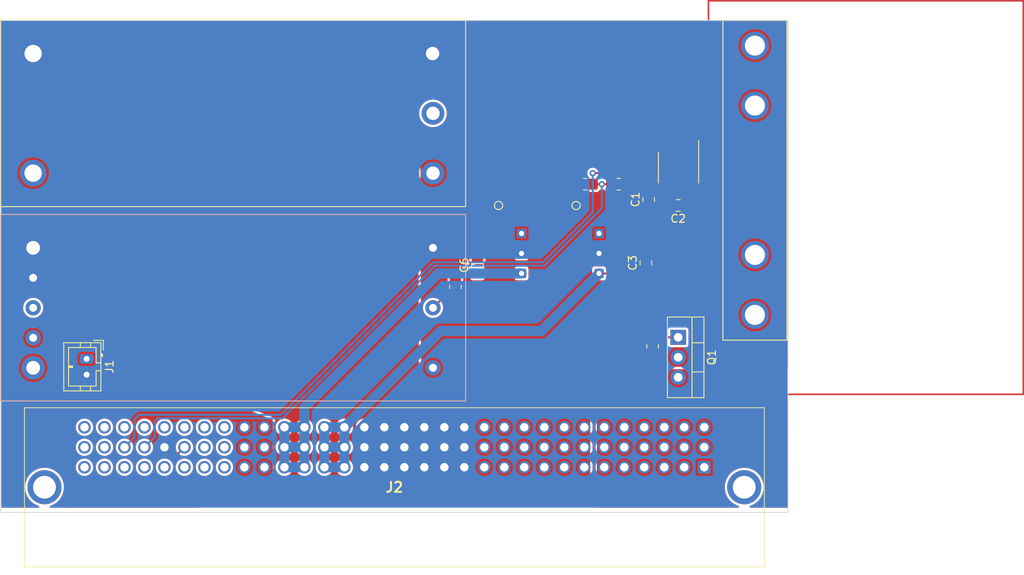
<source format=kicad_pcb>
(kicad_pcb (version 20240108) (generator "pcbnew") (generator_version "8.0")
  (layers (0 "F.Cu" signal) (31 "B.Cu" signal) (34 "B.Paste" user) (35 "F.Paste" user) (36 "B.SilkS" user "B.Silkscreen") (37 "F.SilkS" user "F.Silkscreen") (38 "B.Mask" user) (39 "F.Mask" user) (44 "Edge.Cuts" user))
  (net 0 "")
  (net 1 "/V_POWER")
  (net 2 "+24V")
  (net 3 "/VBATT")
  (net 4 "Net-(20A1-1)")
  (net 5 "+12V")
  (net 6 "+5V")
  (net 7 "+3.3V")
  (net 8 "12V_Jetson")
  (net 19 "SW2")
  (net 20 "SW1")
  (net 21 "SDA")
  (net 22 "SCL")
  (net 30 "Net-(INPT_CRRNT_SNSR1-FILTER)")
  (net 34 "Net-(U2-ON{slash}OFF)")
  (net 35 "DAT1")
  (net 36 "DAT2")
  (footprint "Custom:1.25__FUSECLIPS" (layer "F.Cu") (at 245.9 69.3 90)
    (property "Reference" "20A1" (hide yes))
    (property "Value" "Fuse")
    (fp_line (start 20.32 -4.064) (end 20.32 4.064) (stroke (width 0.127)) (layer "F.SilkS"))
    (fp_line (start -20.32 -4.064) (end 20.32 -4.064) (stroke (width 0.127)) (layer "F.SilkS"))
    (fp_line (start 20.32 4.064) (end -20.32 4.064) (stroke (width 0.127)) (layer "F.SilkS"))
    (fp_line (start -20.32 4.064) (end -20.32 -4.064) (stroke (width 0.127)) (layer "F.SilkS"))
    (pad "P$1" thru_hole circle (at -17.1069 0 90) (size 3.556 3.556) (drill 2.54) (layers "*.Cu" "*.Mask") (net 4 "Net-(20A1-1)"))
    (pad "P$1" thru_hole circle (at -9.4869 0 90) (size 3.556 3.556) (drill 2.54) (layers "*.Cu" "*.Mask") (net 4 "Net-(20A1-1)"))
    (pad "P$2" thru_hole circle (at 9.4869 0 90) (size 3.556 3.556) (drill 2.54) (layers "*.Cu" "*.Mask") (net 3 "/VBATT"))
    (pad "P$2" thru_hole circle (at 17.1069 0 90) (size 3.556 3.556) (drill 2.54) (layers "*.Cu" "*.Mask") (net 3 "/VBATT"))
  )
  (footprint "Custom:240W_CONV" (layer "F.Cu") (at 205 68.4 90)
    (property "Reference" "U1" (hide yes))
    (property "Value" "~" (hide yes))
    (fp_rect (start -4.25 -54.95) (end 19.45 4.15) (stroke (width 0.12)) (fill none) (layer "F.SilkS"))
    (pad "1" thru_hole circle (at 0 0 90) (size 2.9 2.9) (drill 1.7) (layers "*.Cu" "*.Mask") (net 1 "/V_POWER"))
    (pad "2" thru_hole circle (at 7.6 0 90) (size 2.9 2.9) (drill 1.7) (layers "*.Cu" "*.Mask"))
    (pad "3" thru_hole circle (at 15.2 -0.0508 90) (size 2.9 2.9) (drill 1.7) (layers "*.Cu" "*.Mask") (net 20 "SW1"))
    (pad "4" thru_hole circle (at 15.2 -50.8 90) (size 3.4 3.4) (drill 2.2) (layers "*.Cu" "*.Mask") (net 20 "SW1"))
    (pad "8" thru_hole circle (at 0 -50.8 90) (size 3.4 3.4) (drill 2.2) (layers "*.Cu" "*.Mask") (net 5 "+12V"))
  )
  (footprint "Capacitor_SMD:C_0805_2012Metric_Pad1.18x1.45mm_HandSolder" (layer "F.Cu") (at 232.4 71.75 90)
    (property "Reference" "C1" (at 0 -1.68 90) (layer "F.SilkS"))
    (property "Value" "47n")
    (fp_line (start -0.261252 -0.735) (end 0.261252 -0.735) (stroke (width 0.12)) (layer "F.SilkS"))
    (fp_line (start -0.261252 0.735) (end 0.261252 0.735) (stroke (width 0.12)) (layer "F.SilkS"))
    (pad "1" smd roundrect (at -1.0375 0 90) (size 1.175 1.45) (layers "F.Cu" "F.Paste" "F.Mask") (roundrect_rratio 0.2127659574) (net 30 "Net-(INPT_CRRNT_SNSR1-FILTER)"))
    (pad "2" smd roundrect (at 1.0375 0 90) (size 1.175 1.45) (layers "F.Cu" "F.Paste" "F.Mask") (roundrect_rratio 0.2127659574) (net 20 "SW1"))
  )
  (footprint "Package_SO:SOIC-8_3.9x4.9mm_P1.27mm" (layer "F.Cu") (at 236.2 67.7 -90)
    (property "Reference" "INPT_CRRNT_SNSR1" (hide yes))
    (property "Value" "TMCS1101A4B")
    (fp_line (start 0 2.56) (end -1.95 2.56) (stroke (width 0.12)) (layer "F.SilkS"))
    (fp_line (start 0 2.56) (end 1.95 2.56) (stroke (width 0.12)) (layer "F.SilkS"))
    (fp_line (start 0 -2.56) (end -3.45 -2.56) (stroke (width 0.12)) (layer "F.SilkS"))
    (fp_line (start 0 -2.56) (end 1.95 -2.56) (stroke (width 0.12)) (layer "F.SilkS"))
    (pad "1" smd roundrect (at -2.475 -1.905 270) (size 1.95 0.6) (layers "F.Cu" "F.Paste" "F.Mask") (net 3 "/VBATT"))
    (pad "1" smd roundrect (at -2.475 -0.635 270) (size 1.95 0.6) (layers "F.Cu" "F.Paste" "F.Mask") (net 3 "/VBATT"))
    (pad "3" smd roundrect (at -2.475 0.635 270) (size 1.95 0.6) (layers "F.Cu" "F.Paste" "F.Mask") (net 1 "/V_POWER"))
    (pad "3" smd roundrect (at -2.475 1.905 270) (size 1.95 0.6) (layers "F.Cu" "F.Paste" "F.Mask") (net 1 "/V_POWER"))
    (pad "5" smd roundrect (at 2.475 1.905 270) (size 1.95 0.6) (layers "F.Cu" "F.Paste" "F.Mask") (net 20 "SW1"))
    (pad "6" smd roundrect (at 2.475 0.635 270) (size 1.95 0.6) (layers "F.Cu" "F.Paste" "F.Mask") (net 30 "Net-(INPT_CRRNT_SNSR1-FILTER)"))
    (pad "7" smd roundrect (at 2.475 -0.635 270) (size 1.95 0.6) (layers "F.Cu" "F.Paste" "F.Mask") (net 36 "DAT2"))
    (pad "8" smd roundrect (at 2.475 -1.905 270) (size 1.95 0.6) (layers "F.Cu" "F.Paste" "F.Mask") (net 6 "+5V"))
  )
  (footprint "Capacitor_SMD:C_0805_2012Metric_Pad1.18x1.45mm_HandSolder" (layer "F.Cu") (at 236.15 72.5 180)
    (property "Reference" "C2" (at 0 -1.68 0) (layer "F.SilkS"))
    (property "Value" "0.1u")
    (fp_line (start -0.261252 0.735) (end 0.261252 0.735) (stroke (width 0.12)) (layer "F.SilkS"))
    (fp_line (start -0.261252 -0.735) (end 0.261252 -0.735) (stroke (width 0.12)) (layer "F.SilkS"))
    (pad "1" smd roundrect (at -1.0375 0 180) (size 1.175 1.45) (layers "F.Cu" "F.Paste" "F.Mask") (roundrect_rratio 0.2127659574) (net 6 "+5V"))
    (pad "2" smd roundrect (at 1.0375 0 180) (size 1.175 1.45) (layers "F.Cu" "F.Paste" "F.Mask") (roundrect_rratio 0.2127659574) (net 20 "SW1"))
  )
  (footprint "Package_TO_SOT_THT:TO-220-3_Vertical" (layer "F.Cu") (at 236.155 89.26 -90)
    (property "Reference" "Q1" (at 2.54 -4.27 90) (layer "F.SilkS"))
    (property "Value" "FQPF27P06")
    (fp_line (start -2.58 1.371) (end 7.66 1.371) (stroke (width 0.12)) (layer "F.SilkS"))
    (fp_line (start -2.58 -1.76) (end 7.66 -1.76) (stroke (width 0.12)) (layer "F.SilkS"))
    (fp_line (start -2.58 -3.27) (end -2.58 1.371) (stroke (width 0.12)) (layer "F.SilkS"))
    (fp_line (start -2.58 -3.27) (end 7.66 -3.27) (stroke (width 0.12)) (layer "F.SilkS"))
    (fp_line (start 0.69 -3.27) (end 0.69 -1.76) (stroke (width 0.12)) (layer "F.SilkS"))
    (fp_line (start 4.391 -3.27) (end 4.391 -1.76) (stroke (width 0.12)) (layer "F.SilkS"))
    (fp_line (start 7.66 -3.27) (end 7.66 1.371) (stroke (width 0.12)) (layer "F.SilkS"))
    (pad "1" thru_hole rect (at 0 0 270) (size 1.905 2) (drill 1.1) (layers "*.Cu" "*.Mask") (net 19 "SW2"))
    (pad "2" thru_hole oval (at 2.54 0 270) (size 1.905 2) (drill 1.1) (layers "*.Cu" "*.Mask") (net 4 "Net-(20A1-1)"))
    (pad "3" thru_hole oval (at 5.08 0 270) (size 1.905 2) (drill 1.1) (layers "*.Cu" "*.Mask") (net 2 "+24V"))
  )
  (footprint "Resistor_SMD:R_0805_2012Metric_Pad1.20x1.40mm_HandSolder" (layer "F.Cu") (at 224.35 69.8)
    (property "Reference" "VDIV1(R)1" (hide yes))
    (property "Value" "90kO")
    (fp_line (start -0.227064 -0.735) (end 0.227064 -0.735) (stroke (width 0.12)) (layer "F.SilkS"))
    (fp_line (start -0.227064 0.735) (end 0.227064 0.735) (stroke (width 0.12)) (layer "F.SilkS"))
    (pad "1" smd roundrect (at -1 0) (size 1.2 1.4) (layers "F.Cu" "F.Paste" "F.Mask") (roundrect_rratio 0.2083333333) (net 1 "/V_POWER"))
    (pad "2" smd roundrect (at 1 0) (size 1.2 1.4) (layers "F.Cu" "F.Paste" "F.Mask") (roundrect_rratio 0.2083333333) (net 35 "DAT1"))
  )
  (footprint "Custom:6509475" (layer "F.Cu") (at 239.462617 105.762442)
    (property "Reference" "J2" (at -39.37 2.545 0) (layer "F.SilkS") (effects (font (size 1.27 1.27) (thickness 0.254))))
    (property "Value" "~" (hide yes))
    (fp_line (start -86.37 -7.56) (end 7.63 -7.56) (stroke (width 0.1)) (layer "F.SilkS"))
    (fp_line (start -86.37 12.65) (end -86.37 -7.56) (stroke (width 0.1)) (layer "F.SilkS"))
    (fp_line (start 7.63 -7.56) (end 7.63 12.65) (stroke (width 0.1)) (layer "F.SilkS"))
    (fp_line (start 7.63 12.65) (end -86.37 12.65) (stroke (width 0.1)) (layer "F.SilkS"))
    (pad "A1" thru_hole rect (at 0 0) (size 1.605 1.605) (drill 1.07) (layers "*.Cu" "*.Mask") (net 2 "+24V"))
    (pad "A2" thru_hole circle (at -2.54 0) (size 1.605 1.605) (drill 1.07) (layers "*.Cu" "*.Mask") (net 2 "+24V"))
    (pad "A3" thru_hole circle (at -5.08 0) (size 1.605 1.605) (drill 1.07) (layers "*.Cu" "*.Mask") (net 2 "+24V"))
    (pad "A4" thru_hole circle (at -7.62 0) (size 1.605 1.605) (drill 1.07) (layers "*.Cu" "*.Mask") (net 2 "+24V"))
    (pad "A5" thru_hole circle (at -10.16 0) (size 1.605 1.605) (drill 1.07) (layers "*.Cu" "*.Mask") (net 2 "+24V"))
    (pad "A6" thru_hole circle (at -12.7 0) (size 1.605 1.605) (drill 1.07) (layers "*.Cu" "*.Mask") (net 2 "+24V"))
    (pad "A7" thru_hole circle (at -15.24 0) (size 1.605 1.605) (drill 1.07) (layers "*.Cu" "*.Mask") (net 5 "+12V"))
    (pad "A8" thru_hole circle (at -17.78 0) (size 1.605 1.605) (drill 1.07) (layers "*.Cu" "*.Mask") (net 5 "+12V"))
    (pad "A9" thru_hole circle (at -20.32 0) (size 1.605 1.605) (drill 1.07) (layers "*.Cu" "*.Mask") (net 5 "+12V"))
    (pad "A10" thru_hole circle (at -22.86 0) (size 1.605 1.605) (drill 1.07) (layers "*.Cu" "*.Mask") (net 5 "+12V"))
    (pad "A11" thru_hole circle (at -25.4 0) (size 1.605 1.605) (drill 1.07) (layers "*.Cu" "*.Mask") (net 5 "+12V"))
    (pad "A12" thru_hole circle (at -27.94 0) (size 1.605 1.605) (drill 1.07) (layers "*.Cu" "*.Mask") (net 5 "+12V"))
    (pad "A13" thru_hole circle (at -30.48 0) (size 1.605 1.605) (drill 1.07) (layers "*.Cu" "*.Mask") (net 20 "SW1"))
    (pad "A14" thru_hole circle (at -33.02 0) (size 1.605 1.605) (drill 1.07) (layers "*.Cu" "*.Mask") (net 20 "SW1"))
    (pad "A15" thru_hole circle (at -35.56 0) (size 1.605 1.605) (drill 1.07) (layers "*.Cu" "*.Mask") (net 20 "SW1"))
    (pad "A16" thru_hole circle (at -38.1 0) (size 1.605 1.605) (drill 1.07) (layers "*.Cu" "*.Mask") (net 20 "SW1"))
    (pad "A17" thru_hole circle (at -40.64 0) (size 1.605 1.605) (drill 1.07) (layers "*.Cu" "*.Mask") (net 20 "SW1"))
    (pad "A18" thru_hole circle (at -43.18 0) (size 1.605 1.605) (drill 1.07) (layers "*.Cu" "*.Mask") (net 20 "SW1"))
    (pad "A19" thru_hole circle (at -45.72 0) (size 1.605 1.605) (drill 1.07) (layers "*.Cu" "*.Mask") (net 6 "+5V"))
    (pad "A20" thru_hole circle (at -48.26 0) (size 1.605 1.605) (drill 1.07) (layers "*.Cu" "*.Mask") (net 6 "+5V"))
    (pad "A21" thru_hole circle (at -50.8 0) (size 1.605 1.605) (drill 1.07) (layers "*.Cu" "*.Mask") (net 7 "+3.3V"))
    (pad "A22" thru_hole circle (at -53.34 0) (size 1.605 1.605) (drill 1.07) (layers "*.Cu" "*.Mask") (net 7 "+3.3V"))
    (pad "A23" thru_hole circle (at -55.88 0) (size 1.605 1.605) (drill 1.07) (layers "*.Cu" "*.Mask") (net 8 "12V_Jetson"))
    (pad "A24" thru_hole circle (at -58.42 0) (size 1.605 1.605) (drill 1.07) (layers "*.Cu" "*.Mask") (net 8 "12V_Jetson"))
    (pad "A25" thru_hole circle (at -60.96 0) (size 1.605 1.605) (drill 1.07) (layers "*.Cu" "*.Mask"))
    (pad "A26" thru_hole circle (at -63.5 0) (size 1.605 1.605) (drill 1.07) (layers "*.Cu" "*.Mask"))
    (pad "A27" thru_hole circle (at -66.04 0) (size 1.605 1.605) (drill 1.07) (layers "*.Cu" "*.Mask"))
    (pad "A28" thru_hole circle (at -68.58 0) (size 1.605 1.605) (drill 1.07) (layers "*.Cu" "*.Mask"))
    (pad "A29" thru_hole circle (at -71.12 0) (size 1.605 1.605) (drill 1.07) (layers "*.Cu" "*.Mask"))
    (pad "A30" thru_hole circle (at -73.66 0) (size 1.605 1.605) (drill 1.07) (layers "*.Cu" "*.Mask"))
    (pad "A31" thru_hole circle (at -76.2 0) (size 1.605 1.605) (drill 1.07) (layers "*.Cu" "*.Mask"))
    (pad "A32" thru_hole circle (at -78.74 0) (size 1.605 1.605) (drill 1.07) (layers "*.Cu" "*.Mask"))
    (pad "B1" thru_hole circle (at 0 -2.54) (size 1.605 1.605) (drill 1.07) (layers "*.Cu" "*.Mask") (net 2 "+24V"))
    (pad "B2" thru_hole circle (at -2.54 -2.54) (size 1.605 1.605) (drill 1.07) (layers "*.Cu" "*.Mask") (net 2 "+24V"))
    (pad "B3" thru_hole circle (at -5.08 -2.54) (size 1.605 1.605) (drill 1.07) (layers "*.Cu" "*.Mask") (net 2 "+24V"))
    (pad "B4" thru_hole circle (at -7.62 -2.54) (size 1.605 1.605) (drill 1.07) (layers "*.Cu" "*.Mask") (net 2 "+24V"))
    (pad "B5" thru_hole circle (at -10.16 -2.54) (size 1.605 1.605) (drill 1.07) (layers "*.Cu" "*.Mask") (net 2 "+24V"))
    (pad "B6" thru_hole circle (at -12.7 -2.54) (size 1.605 1.605) (drill 1.07) (layers "*.Cu" "*.Mask") (net 2 "+24V"))
    (pad "B7" thru_hole circle (at -15.24 -2.54) (size 1.605 1.605) (drill 1.07) (layers "*.Cu" "*.Mask") (net 5 "+12V"))
    (pad "B8" thru_hole circle (at -17.78 -2.54) (size 1.605 1.605) (drill 1.07) (layers "*.Cu" "*.Mask") (net 5 "+12V"))
    (pad "B9" thru_hole circle (at -20.32 -2.54) (size 1.605 1.605) (drill 1.07) (layers "*.Cu" "*.Mask") (net 5 "+12V"))
    (pad "B10" thru_hole circle (at -22.86 -2.54) (size 1.605 1.605) (drill 1.07) (layers "*.Cu" "*.Mask") (net 5 "+12V"))
    (pad "B11" thru_hole circle (at -25.4 -2.54) (size 1.605 1.605) (drill 1.07) (layers "*.Cu" "*.Mask") (net 5 "+12V"))
    (pad "B12" thru_hole circle (at -27.94 -2.54) (size 1.605 1.605) (drill 1.07) (layers "*.Cu" "*.Mask") (net 5 "+12V"))
    (pad "B13" thru_hole circle (at -30.48 -2.54) (size 1.605 1.605) (drill 1.07) (layers "*.Cu" "*.Mask") (net 20 "SW1"))
    (pad "B14" thru_hole circle (at -33.02 -2.54) (size 1.605 1.605) (drill 1.07) (layers "*.Cu" "*.Mask") (net 20 "SW1"))
    (pad "B15" thru_hole circle (at -35.56 -2.54) (size 1.605 1.605) (drill 1.07) (layers "*.Cu" "*.Mask") (net 20 "SW1"))
    (pad "B16" thru_hole circle (at -38.1 -2.54) (size 1.605 1.605) (drill 1.07) (layers "*.Cu" "*.Mask") (net 20 "SW1"))
    (pad "B17" thru_hole circle (at -40.64 -2.54) (size 1.605 1.605) (drill 1.07) (layers "*.Cu" "*.Mask") (net 20 "SW1"))
    (pad "B18" thru_hole circle (at -43.18 -2.54) (size 1.605 1.605) (drill 1.07) (layers "*.Cu" "*.Mask") (net 20 "SW1"))
    (pad "B19" thru_hole circle (at -45.72 -2.54) (size 1.605 1.605) (drill 1.07) (layers "*.Cu" "*.Mask") (net 6 "+5V"))
    (pad "B20" thru_hole circle (at -48.26 -2.54) (size 1.605 1.605) (drill 1.07) (layers "*.Cu" "*.Mask") (net 6 "+5V"))
    (pad "B21" thru_hole circle (at -50.8 -2.54) (size 1.605 1.605) (drill 1.07) (layers "*.Cu" "*.Mask") (net 7 "+3.3V"))
    (pad "B22" thru_hole circle (at -53.34 -2.54) (size 1.605 1.605) (drill 1.07) (layers "*.Cu" "*.Mask") (net 7 "+3.3V"))
    (pad "B23" thru_hole circle (at -55.88 -2.54) (size 1.605 1.605) (drill 1.07) (layers "*.Cu" "*.Mask") (net 8 "12V_Jetson"))
    (pad "B24" thru_hole circle (at -58.42 -2.54) (size 1.605 1.605) (drill 1.07) (layers "*.Cu" "*.Mask") (net 8 "12V_Jetson"))
    (pad "B25" thru_hole circle (at -60.96 -2.54) (size 1.605 1.605) (drill 1.07) (layers "*.Cu" "*.Mask"))
    (pad "B26" thru_hole circle (at -63.5 -2.54) (size 1.605 1.605) (drill 1.07) (layers "*.Cu" "*.Mask"))
    (pad "B27" thru_hole circle (at -66.04 -2.54) (size 1.605 1.605) (drill 1.07) (layers "*.Cu" "*.Mask") (net 19 "SW2"))
    (pad "B28" thru_hole circle (at -68.58 -2.54) (size 1.605 1.605) (drill 1.07) (layers "*.Cu" "*.Mask") (net 20 "SW1"))
    (pad "B29" thru_hole circle (at -71.12 -2.54) (size 1.605 1.605) (drill 1.07) (layers "*.Cu" "*.Mask") (net 35 "DAT1"))
    (pad "B30" thru_hole circle (at -73.66 -2.54) (size 1.605 1.605) (drill 1.07) (layers "*.Cu" "*.Mask") (net 36 "DAT2"))
    (pad "B31" thru_hole circle (at -76.2 -2.54) (size 1.605 1.605) (drill 1.07) (layers "*.Cu" "*.Mask") (net 21 "SDA"))
    (pad "B32" thru_hole circle (at -78.74 -2.54) (size 1.605 1.605) (drill 1.07) (layers "*.Cu" "*.Mask") (net 22 "SCL"))
    (pad "C1" thru_hole circle (at 0 -5.08) (size 1.605 1.605) (drill 1.07) (layers "*.Cu" "*.Mask") (net 2 "+24V"))
    (pad "C2" thru_hole circle (at -2.54 -5.08) (size 1.605 1.605) (drill 1.07) (layers "*.Cu" "*.Mask") (net 2 "+24V"))
    (pad "C3" thru_hole circle (at -5.08 -5.08) (size 1.605 1.605) (drill 1.07) (layers "*.Cu" "*.Mask") (net 2 "+24V"))
    (pad "C4" thru_hole circle (at -7.62 -5.08) (size 1.605 1.605) (drill 1.07) (layers "*.Cu" "*.Mask") (net 2 "+24V"))
    (pad "C5" thru_hole circle (at -10.16 -5.08) (size 1.605 1.605) (drill 1.07) (layers "*.Cu" "*.Mask") (net 2 "+24V"))
    (pad "C6" thru_hole circle (at -12.7 -5.08) (size 1.605 1.605) (drill 1.07) (layers "*.Cu" "*.Mask") (net 2 "+24V"))
    (pad "C7" thru_hole circle (at -15.24 -5.08) (size 1.605 1.605) (drill 1.07) (layers "*.Cu" "*.Mask") (net 5 "+12V"))
    (pad "C8" thru_hole circle (at -17.78 -5.08) (size 1.605 1.605) (drill 1.07) (layers "*.Cu" "*.Mask") (net 5 "+12V"))
    (pad "C9" thru_hole circle (at -20.32 -5.08) (size 1.605 1.605) (drill 1.07) (layers "*.Cu" "*.Mask") (net 5 "+12V"))
    (pad "C10" thru_hole circle (at -22.86 -5.08) (size 1.605 1.605) (drill 1.07) (layers "*.Cu" "*.Mask") (net 5 "+12V"))
    (pad "C11" thru_hole circle (at -25.4 -5.08) (size 1.605 1.605) (drill 1.07) (layers "*.Cu" "*.Mask") (net 5 "+12V"))
    (pad "C12" thru_hole circle (at -27.94 -5.08) (size 1.605 1.605) (drill 1.07) (layers "*.Cu" "*.Mask") (net 5 "+12V"))
    (pad "C13" thru_hole circle (at -30.48 -5.08) (size 1.605 1.605) (drill 1.07) (layers "*.Cu" "*.Mask") (net 20 "SW1"))
    (pad "C14" thru_hole circle (at -33.02 -5.08) (size 1.605 1.605) (drill 1.07) (layers "*.Cu" "*.Mask") (net 20 "SW1"))
    (pad "C15" thru_hole circle (at -35.56 -5.08) (size 1.605 1.605) (drill 1.07) (layers "*.Cu" "*.Mask") (net 20 "SW1"))
    (pad "C16" thru_hole circle (at -38.1 -5.08) (size 1.605 1.605) (drill 1.07) (layers "*.Cu" "*.Mask") (net 20 "SW1"))
    (pad "C17" thru_hole circle (at -40.64 -5.08) (size 1.605 1.605) (drill 1.07) (layers "*.Cu" "*.Mask") (net 20 "SW1"))
    (pad "C18" thru_hole circle (at -43.18 -5.08) (size 1.605 1.605) (drill 1.07) (layers "*.Cu" "*.Mask") (net 20 "SW1"))
    (pad "C19" thru_hole circle (at -45.72 -5.08) (size 1.605 1.605) (drill 1.07) (layers "*.Cu" "*.Mask") (net 6 "+5V"))
    (pad "C20" thru_hole circle (at -48.26 -5.08) (size 1.605 1.605) (drill 1.07) (layers "*.Cu" "*.Mask") (net 6 "+5V"))
    (pad "C21" thru_hole circle (at -50.8 -5.08) (size 1.605 1.605) (drill 1.07) (layers "*.Cu" "*.Mask") (net 7 "+3.3V"))
    (pad "C22" thru_hole circle (at -53.34 -5.08) (size 1.605 1.605) (drill 1.07) (layers "*.Cu" "*.Mask") (net 7 "+3.3V"))
    (pad "C23" thru_hole circle (at -55.88 -5.08) (size 1.605 1.605) (drill 1.07) (layers "*.Cu" "*.Mask") (net 8 "12V_Jetson"))
    (pad "C24" thru_hole circle (at -58.42 -5.08) (size 1.605 1.605) (drill 1.07) (layers "*.Cu" "*.Mask") (net 8 "12V_Jetson"))
    (pad "C25" thru_hole circle (at -60.96 -5.08) (size 1.605 1.605) (drill 1.07) (layers "*.Cu" "*.Mask"))
    (pad "C26" thru_hole circle (at -63.5 -5.08) (size 1.605 1.605) (drill 1.07) (layers "*.Cu" "*.Mask"))
    (pad "C27" thru_hole circle (at -66.04 -5.08) (size 1.605 1.605) (drill 1.07) (layers "*.Cu" "*.Mask"))
    (pad "C28" thru_hole circle (at -68.58 -5.08) (size 1.605 1.605) (drill 1.07) (layers "*.Cu" "*.Mask"))
    (pad "C29" thru_hole circle (at -71.12 -5.08) (size 1.605 1.605) (drill 1.07) (layers "*.Cu" "*.Mask"))
    (pad "C30" thru_hole circle (at -73.66 -5.08) (size 1.605 1.605) (drill 1.07) (layers "*.Cu" "*.Mask"))
    (pad "C31" thru_hole circle (at -76.2 -5.08) (size 1.605 1.605) (drill 1.07) (layers "*.Cu" "*.Mask"))
    (pad "C32" thru_hole circle (at -78.74 -5.08) (size 1.605 1.605) (drill 1.07) (layers "*.Cu" "*.Mask"))
    (pad "MH1" thru_hole circle (at 5.08 2.54) (size 4.335 4.335) (drill 2.89) (layers "*.Cu" "*.Mask"))
    (pad "MH2" thru_hole circle (at -83.82 2.54) (size 4.335 4.335) (drill 2.89) (layers "*.Cu" "*.Mask"))
  )
  (footprint "Resistor_SMD:R_0805_2012Metric_Pad1.20x1.40mm_HandSolder" (layer "F.Cu") (at 232.9 90.4 90)
    (property "Reference" "RSW1" (hide yes))
    (property "Value" "10kO")
    (fp_line (start -0.227064 -0.735) (end 0.227064 -0.735) (stroke (width 0.12)) (layer "F.SilkS"))
    (fp_line (start -0.227064 0.735) (end 0.227064 0.735) (stroke (width 0.12)) (layer "F.SilkS"))
    (pad "1" smd roundrect (at -1 0 90) (size 1.2 1.4) (layers "F.Cu" "F.Paste" "F.Mask") (roundrect_rratio 0.2083333333) (net 2 "+24V"))
    (pad "2" smd roundrect (at 1 0 90) (size 1.2 1.4) (layers "F.Cu" "F.Paste" "F.Mask") (roundrect_rratio 0.2083333333) (net 19 "SW2"))
  )
  (footprint "Custom:TSR2" (layer "F.Cu") (at 216.25 78.6 -90)
    (property "Reference" "DC/DC_CNVRT2" (hide yes))
    (property "Value" "TSR2-2433" (hide yes))
    (fp_circle (center -6.096 2.921) (end -5.572366 2.921) (stroke (width 0.127)) (fill none) (layer "F.SilkS"))
    (pad "1" thru_hole rect (at -2.54 0 270) (size 1.158 1.158) (drill 0.65) (layers "*.Cu" "*.Mask") (net 1 "/V_POWER"))
    (pad "2" thru_hole rect (at 0 0 270) (size 1.158 1.158) (drill 0.65) (layers "*.Cu" "*.Mask") (net 20 "SW1"))
    (pad "3" thru_hole rect (at 2.54 0 270) (size 1.158 1.158) (drill 0.65) (layers "*.Cu" "*.Mask") (net 7 "+3.3V"))
  )
  (footprint "Custom:TSR2" (layer "F.Cu") (at 226.1 78.6 -90)
    (property "Reference" "DC/DC_CNVRT1" (hide yes))
    (property "Value" "TSR2-2450" (hide yes))
    (fp_circle (center -6.096 2.921) (end -5.572366 2.921) (stroke (width 0.127)) (fill none) (layer "F.SilkS"))
    (pad "1" thru_hole rect (at -2.54 0 270) (size 1.158 1.158) (drill 0.65) (layers "*.Cu" "*.Mask") (net 1 "/V_POWER"))
    (pad "2" thru_hole rect (at 0 0 270) (size 1.158 1.158) (drill 0.65) (layers "*.Cu" "*.Mask") (net 20 "SW1"))
    (pad "3" thru_hole rect (at 2.54 0 270) (size 1.158 1.158) (drill 0.65) (layers "*.Cu" "*.Mask") (net 6 "+5V"))
  )
  (footprint "Capacitor_SMD:C_0805_2012Metric_Pad1.18x1.45mm_HandSolder" (layer "F.Cu") (at 210.65 80.1 90)
    (property "Reference" "C6" (at 0 -1.68 90) (layer "F.SilkS"))
    (property "Value" "1u")
    (fp_line (start -0.261252 -0.735) (end 0.261252 -0.735) (stroke (width 0.12)) (layer "F.SilkS"))
    (fp_line (start -0.261252 0.735) (end 0.261252 0.735) (stroke (width 0.12)) (layer "F.SilkS"))
    (pad "1" smd roundrect (at -1.0375 0 90) (size 1.175 1.45) (layers "F.Cu" "F.Paste" "F.Mask") (roundrect_rratio 0.2127659574) (net 7 "+3.3V"))
    (pad "2" smd roundrect (at 1.0375 0 90) (size 1.175 1.45) (layers "F.Cu" "F.Paste" "F.Mask") (roundrect_rratio 0.2127659574) (net 20 "SW1"))
  )
  (footprint "Capacitor_SMD:C_0805_2012Metric_Pad1.18x1.45mm_HandSolder" (layer "F.Cu") (at 232.05 79.8 90)
    (property "Reference" "C3" (at 0 -1.68 90) (layer "F.SilkS"))
    (property "Value" "1u")
    (fp_line (start -0.261252 -0.735) (end 0.261252 -0.735) (stroke (width 0.12)) (layer "F.SilkS"))
    (fp_line (start -0.261252 0.735) (end 0.261252 0.735) (stroke (width 0.12)) (layer "F.SilkS"))
    (pad "1" smd roundrect (at -1.0375 0 90) (size 1.175 1.45) (layers "F.Cu" "F.Paste" "F.Mask") (roundrect_rratio 0.2127659574) (net 6 "+5V"))
    (pad "2" smd roundrect (at 1.0375 0 90) (size 1.175 1.45) (layers "F.Cu" "F.Paste" "F.Mask") (roundrect_rratio 0.2127659574) (net 20 "SW1"))
  )
  (footprint "Resistor_SMD:R_0805_2012Metric_Pad1.20x1.40mm_HandSolder" (layer "F.Cu") (at 207.85 82.85 90)
    (property "Reference" "RSW2" (hide yes))
    (property "Value" "10kO")
    (fp_line (start -0.227064 -0.735) (end 0.227064 -0.735) (stroke (width 0.12)) (layer "F.SilkS"))
    (fp_line (start -0.227064 0.735) (end 0.227064 0.735) (stroke (width 0.12)) (layer "F.SilkS"))
    (pad "1" smd roundrect (at -1 0 90) (size 1.2 1.4) (layers "F.Cu" "F.Paste" "F.Mask") (roundrect_rratio 0.2083333333) (net 34 "Net-(U2-ON{slash}OFF)"))
    (pad "2" smd roundrect (at 1 0 90) (size 1.2 1.4) (layers "F.Cu" "F.Paste" "F.Mask") (roundrect_rratio 0.2083333333) (net 20 "SW1"))
  )
  (footprint "Connector_JST:JST_PH_B2B-PH-K_1x02_P2.00mm_Vertical" (layer "F.Cu") (at 161 92 -90)
    (property "Reference" "J1" (at 1 -2.9 90) (layer "F.SilkS"))
    (property "Value" "Conn_01x02")
    (fp_line (start -2.06 2.91) (end 4.06 2.91) (stroke (width 0.12)) (layer "F.SilkS"))
    (fp_line (start 4.06 2.91) (end 4.06 -1.81) (stroke (width 0.12)) (layer "F.SilkS"))
    (fp_line (start -1.45 2.3) (end 3.45 2.3) (stroke (width 0.12)) (layer "F.SilkS"))
    (fp_line (start 0.9 2.3) (end 0.9 1.8) (stroke (width 0.12)) (layer "F.SilkS"))
    (fp_line (start 1 2.3) (end 1 1.8) (stroke (width 0.12)) (layer "F.SilkS"))
    (fp_line (start 3.45 2.3) (end 3.45 -1.2) (stroke (width 0.12)) (layer "F.SilkS"))
    (fp_line (start 0.9 1.8) (end 1.1 1.8) (stroke (width 0.12)) (layer "F.SilkS"))
    (fp_line (start 1.1 1.8) (end 1.1 2.3) (stroke (width 0.12)) (layer "F.SilkS"))
    (fp_line (start -2.06 0.8) (end -1.45 0.8) (stroke (width 0.12)) (layer "F.SilkS"))
    (fp_line (start 4.06 0.8) (end 3.45 0.8) (stroke (width 0.12)) (layer "F.SilkS"))
    (fp_line (start -2.06 -0.5) (end -1.45 -0.5) (stroke (width 0.12)) (layer "F.SilkS"))
    (fp_line (start 4.06 -0.5) (end 3.45 -0.5) (stroke (width 0.12)) (layer "F.SilkS"))
    (fp_line (start -1.45 -1.2) (end -1.45 2.3) (stroke (width 0.12)) (layer "F.SilkS"))
    (fp_line (start 0.5 -1.2) (end -1.45 -1.2) (stroke (width 0.12)) (layer "F.SilkS"))
    (fp_line (start 1.5 -1.2) (end 1.5 -1.81) (stroke (width 0.12)) (layer "F.SilkS"))
    (fp_line (start 3.45 -1.2) (end 1.5 -1.2) (stroke (width 0.12)) (layer "F.SilkS"))
    (fp_line (start -2.06 -1.81) (end -2.06 2.91) (stroke (width 0.12)) (layer "F.SilkS"))
    (fp_line (start -0.3 -1.81) (end -0.3 -2.01) (stroke (width 0.12)) (layer "F.SilkS"))
    (fp_line (start 0.5 -1.81) (end 0.5 -1.2) (stroke (width 0.12)) (layer "F.SilkS"))
    (fp_line (start 4.06 -1.81) (end -2.06 -1.81) (stroke (width 0.12)) (layer "F.SilkS"))
    (fp_line (start -0.3 -1.91) (end -0.6 -1.91) (stroke (width 0.12)) (layer "F.SilkS"))
    (fp_line (start -0.6 -2.01) (end -0.6 -1.81) (stroke (width 0.12)) (layer "F.SilkS"))
    (fp_line (start -0.3 -2.01) (end -0.6 -2.01) (stroke (width 0.12)) (layer "F.SilkS"))
    (fp_line (start -2.36 -2.11) (end -2.36 -0.86) (stroke (width 0.12)) (layer "F.SilkS"))
    (fp_line (start -1.11 -2.11) (end -2.36 -2.11) (stroke (width 0.12)) (layer "F.SilkS"))
    (pad "1" thru_hole roundrect (at 0 0 270) (size 1.2 1.75) (drill 0.75) (layers "*.Cu" "*.Mask") (roundrect_rratio 0.208333) (net 8 "12V_Jetson"))
    (pad "2" thru_hole oval (at 2 0 270) (size 1.2 1.75) (drill 0.75) (layers "*.Cu" "*.Mask") (net 20 "SW1"))
  )
  (footprint "Resistor_SMD:R_0805_2012Metric_Pad1.20x1.40mm_HandSolder" (layer "F.Cu") (at 228.6 69.8)
    (property "Reference" "VDIV2(R)1" (hide yes))
    (property "Value" "10kO")
    (fp_line (start -0.227064 -0.735) (end 0.227064 -0.735) (stroke (width 0.12)) (layer "F.SilkS"))
    (fp_line (start -0.227064 0.735) (end 0.227064 0.735) (stroke (width 0.12)) (layer "F.SilkS"))
    (pad "1" smd roundrect (at -1 0) (size 1.2 1.4) (layers "F.Cu" "F.Paste" "F.Mask") (roundrect_rratio 0.2083333333) (net 35 "DAT1"))
    (pad "2" smd roundrect (at 1 0) (size 1.2 1.4) (layers "F.Cu" "F.Paste" "F.Mask") (roundrect_rratio 0.2083333333) (net 20 "SW1"))
  )
  (footprint "Custom:72W_CONV" (layer "B.Cu") (at 205 77.89 -90)
    (property "Reference" "U2" (hide yes))
    (property "Value" "~")
    (fp_rect (start -4.25 54.95) (end 19.45 -4.15) (stroke (width 0.12)) (fill none) (layer "B.SilkS"))
    (pad "1" thru_hole circle (at 15.24 0 270) (size 1.95 1.95) (drill 1) (layers "*.Cu" "*.Mask") (net 1 "/V_POWER"))
    (pad "2" thru_hole circle (at 7.62 0 270) (size 1.95 1.95) (drill 1) (layers "*.Cu" "*.Mask") (net 34 "Net-(U2-ON{slash}OFF)"))
    (pad "3" thru_hole circle (at 0 0 270) (size 1.95 1.95) (drill 1) (layers "*.Cu" "*.Mask") (net 20 "SW1"))
    (pad "4" thru_hole circle (at 0 50.8 270) (size 3 3) (drill 1.75) (layers "*.Cu" "*.Mask") (net 20 "SW1"))
    (pad "5" thru_hole circle (at 3.81 50.8 270) (size 1.95 1.95) (drill 1) (layers "*.Cu" "*.Mask") (net 20 "SW1"))
    (pad "6" thru_hole circle (at 7.62 50.8 270) (size 1.95 1.95) (drill 1) (layers "*.Cu" "*.Mask"))
    (pad "7" thru_hole circle (at 11.43 50.8 270) (size 1.95 1.95) (drill 1) (layers "*.Cu" "*.Mask") (net 8 "12V_Jetson"))
    (pad "8" thru_hole circle (at 15.24 50.8 270) (size 3 3) (drill 1.75) (layers "*.Cu" "*.Mask") (net 8 "12V_Jetson"))
  )
  (gr_rect (start 240 46.5) (end 280 96.5) (stroke (width 0.2)) (fill none) (layer "F.Cu"))
  (gr_rect (start 150.1 49) (end 250.1 111.5) (stroke (width 0.1)) (fill none) (layer "Edge.Cuts"))
  (segment (start 232.9 91.4) (end 232.9 93.7) (width 0.25) (layer "F.Cu") (net 2))
  (segment (start 237.1875 72.687069) (end 235.874569 74) (width 0.25) (layer "F.Cu") (net 6))
  (segment (start 235.874569 74) (end 235.6 74) (width 0.25) (layer "F.Cu") (net 6))
  (segment (start 233.75 75.85) (end 233.75 79.1375) (width 0.25) (layer "F.Cu") (net 6))
  (segment (start 238.105 71.5825) (end 238.105 70.175) (width 0.25) (layer "F.Cu") (net 6))
  (segment (start 233.75 79.1375) (end 232.05 80.8375) (width 0.25) (layer "F.Cu") (net 6))
  (segment (start 231.7475 81.14) (end 226.1 81.14) (width 0.25) (layer "F.Cu") (net 6))
  (segment (start 237.1875 72.5) (end 237.1875 72.687069) (width 0.25) (layer "F.Cu") (net 6))
  (segment (start 232.05 80.8375) (end 231.7475 81.14) (width 0.25) (layer "F.Cu") (net 6))
  (segment (start 235.6 74) (end 233.75 75.85) (width 0.25) (layer "F.Cu") (net 6))
  (segment (start 237.1875 72.5) (end 238.105 71.5825) (width 0.25) (layer "F.Cu") (net 6))
  (segment (start 226.1 81.14) (end 218.79 88.45) (width 1.3) (layer "B.Cu") (net 6))
  (segment (start 191.202617 100.682442) (end 193.742617 100.682442) (width 1.3) (layer "B.Cu") (net 6))
  (segment (start 191.202617 103.222442) (end 193.742617 103.222442) (width 1.3) (layer "B.Cu") (net 6))
  (segment (start 218.79 88.45) (end 205.95 88.45) (width 1.3) (layer "B.Cu") (net 6))
  (segment (start 205.95 88.45) (end 205.95 88.475059) (width 1.3) (layer "B.Cu") (net 6))
  (segment (start 191.202617 105.762442) (end 191.202617 100.682442) (width 1.3) (layer "B.Cu") (net 6))
  (segment (start 193.742617 105.762442) (end 191.202617 105.762442) (width 1.3) (layer "B.Cu") (net 6))
  (segment (start 193.742617 100.682442) (end 193.742617 105.762442) (width 1.3) (layer "B.Cu") (net 6))
  (segment (start 205.95 88.475059) (end 193.742617 100.682442) (width 1.3) (layer "B.Cu") (net 6))
  (segment (start 210.6525 81.14) (end 216.25 81.14) (width 0.25) (layer "F.Cu") (net 7))
  (segment (start 210.65 81.1375) (end 210.6525 81.14) (width 0.25) (layer "F.Cu") (net 7))
  (segment (start 188.662617 105.762442) (end 186.122617 105.762442) (width 1.3) (layer "B.Cu") (net 7))
  (segment (start 186.122617 100.682442) (end 188.662617 100.682442) (width 1.3) (layer "B.Cu") (net 7))
  (segment (start 186.122617 103.222442) (end 188.662617 103.222442) (width 1.3) (layer "B.Cu") (net 7))
  (segment (start 188.662617 98.142442) (end 188.662617 105.762442) (width 1.3) (layer "B.Cu") (net 7))
  (segment (start 216.25 81.14) (end 205.665059 81.14) (width 1.3) (layer "B.Cu") (net 7))
  (segment (start 205.665059 81.14) (end 188.662617 98.142442) (width 1.3) (layer "B.Cu") (net 7))
  (segment (start 186.122617 105.762442) (end 186.122617 100.682442) (width 1.3) (layer "B.Cu") (net 7))
  (segment (start 173.422617 103.222442) (end 172.15 104.495059) (width 0.25) (layer "F.Cu") (net 19))
  (segment (start 172.15 106.9) (end 175.9 110.65) (width 0.25) (layer "F.Cu") (net 19))
  (segment (start 172.15 104.495059) (end 172.15 106.9) (width 0.25) (layer "F.Cu") (net 19))
  (segment (start 221.95 110.65) (end 225.4 107.2) (width 0.25) (layer "F.Cu") (net 19))
  (segment (start 225.4 107.2) (end 225.4 92.586827) (width 0.25) (layer "F.Cu") (net 19))
  (segment (start 175.9 110.65) (end 221.95 110.65) (width 0.25) (layer "F.Cu") (net 19))
  (segment (start 225.4 92.586827) (end 228.726827 89.26) (width 0.25) (layer "F.Cu") (net 19))
  (segment (start 228.726827 89.26) (end 236.155 89.26) (width 0.25) (layer "F.Cu") (net 19))
  (segment (start 211.1125 78.6) (end 216.25 78.6) (width 0.25) (layer "F.Cu") (net 20))
  (segment (start 210.65 79.0625) (end 211.1125 78.6) (width 0.25) (layer "F.Cu") (net 20))
  (segment (start 231.35 71.55) (end 231.35 71.7625) (width 0.25) (layer "F.Cu") (net 20))
  (segment (start 233.7575 70.7125) (end 234.295 70.175) (width 0.25) (layer "F.Cu") (net 20))
  (segment (start 207.85 81.85) (end 207.8625 81.85) (width 0.25) (layer "F.Cu") (net 20))
  (segment (start 232.25 70.7125) (end 233.7575 70.7125) (width 0.25) (layer "F.Cu") (net 20))
  (segment (start 232.4 70.7125) (end 232.1875 70.7125) (width 0.25) (layer "F.Cu") (net 20))
  (segment (start 229.6 69.8) (end 231.35 71.55) (width 0.25) (layer "F.Cu") (net 20))
  (segment (start 231.35 78.0625) (end 232.05 78.7625) (width 0.25) (layer "F.Cu") (net 20))
  (segment (start 232.1875 70.7125) (end 231.35 71.55) (width 0.25) (layer "F.Cu") (net 20))
  (segment (start 231.35 71.7625) (end 231.35 78.0625) (width 0.25) (layer "F.Cu") (net 20))
  (segment (start 231.8875 78.6) (end 226.1 78.6) (width 0.25) (layer "F.Cu") (net 20))
  (segment (start 234.295 71.6825) (end 234.295 70.175) (width 0.25) (layer "F.Cu") (net 20))
  (segment (start 235.1125 72.5) (end 234.295 71.6825) (width 0.25) (layer "F.Cu") (net 20))
  (segment (start 207.8625 81.85) (end 210.65 79.0625) (width 0.25) (layer "F.Cu") (net 20))
  (segment (start 232.05 78.7625) (end 231.8875 78.6) (width 0.25) (layer "F.Cu") (net 20))
  (segment (start 236.025 70.635) (end 235.565 70.175) (width 0.25) (layer "F.Cu") (net 30))
  (segment (start 236.025 73.213173) (end 236.025 70.635) (width 0.25) (layer "F.Cu") (net 30))
  (segment (start 233.0125 73.55) (end 235.688173 73.55) (width 0.25) (layer "F.Cu") (net 30))
  (segment (start 232.25 72.7875) (end 233.0125 73.55) (width 0.25) (layer "F.Cu") (net 30))
  (segment (start 235.688173 73.55) (end 236.025 73.213173) (width 0.25) (layer "F.Cu") (net 30))
  (segment (start 207.85 83.85) (end 206.66 83.85) (width 0.25) (layer "F.Cu") (net 34))
  (segment (start 206.66 83.85) (end 205 85.51) (width 0.25) (layer "F.Cu") (net 34))
  (segment (start 226.45 69.8) (end 227.6 69.8) (width 0.25) (layer "F.Cu") (net 35))
  (segment (start 225.35 69.8) (end 226.45 69.8) (width 0.25) (layer "F.Cu") (net 35))
  (via (at 226.45 69.8) (size 0.8) (drill 0.4) (layers "F.Cu" "B.Cu") (net 35))
  (segment (start 170.045058 99.554942) (end 169.65 99.95) (width 0.25) (layer "B.Cu") (net 35))
  (segment (start 219.135 80.165) (end 212.1 80.165) (width 0.25) (layer "B.Cu") (net 35))
  (segment (start 212.735 80.165) (end 205.261201 80.165) (width 0.25) (layer "B.Cu") (net 35))
  (segment (start 205.261201 80.165) (end 185.871259 99.554942) (width 0.25) (layer "B.Cu") (net 35))
  (segment (start 226.45 69.8) (end 226.45 72.85) (width 0.25) (layer "B.Cu") (net 35))
  (segment (start 169.65 99.95) (end 169.65 101.915059) (width 0.25) (layer "B.Cu") (net 35))
  (segment (start 169.65 101.915059) (end 168.342617 103.222442) (width 0.25) (layer "B.Cu") (net 35))
  (segment (start 226.45 72.85) (end 219.135 80.165) (width 0.25) (layer "B.Cu") (net 35))
  (segment (start 185.871259 99.554942) (end 170.045058 99.554942) (width 0.25) (layer "B.Cu") (net 35))
  (segment (start 236.835 69.798249) (end 236.835 70.175) (width 0.25) (layer "F.Cu") (net 36))
  (segment (start 225.4 68.4) (end 225.3 68.4) (width 0.25) (layer "F.Cu") (net 36))
  (segment (start 225.3 68.4) (end 235.436751 68.4) (width 0.25) (layer "F.Cu") (net 36))
  (segment (start 235.436751 68.4) (end 236.835 69.798249) (width 0.25) (layer "F.Cu") (net 36))
  (via (at 225.3 68.4) (size 0.8) (drill 0.4) (layers "F.Cu" "B.Cu") (net 36))
  (segment (start 218.948604 79.715) (end 225.3 73.363604) (width 0.25) (layer "B.Cu") (net 36))
  (segment (start 225.3 73.363604) (end 225.3 68.4) (width 0.25) (layer "B.Cu") (net 36))
  (segment (start 167.05 99.750001) (end 167.695059 99.104942) (width 0.25) (layer "B.Cu") (net 36))
  (segment (start 167.695059 99.104942) (end 185.684863 99.104942) (width 0.25) (layer "B.Cu") (net 36))
  (segment (start 165.802617 103.222442) (end 167.05 101.975059) (width 0.25) (layer "B.Cu") (net 36))
  (segment (start 185.684863 99.104942) (end 205.074805 79.715) (width 0.25) (layer "B.Cu") (net 36))
  (segment (start 205.074805 79.715) (end 218.948604 79.715) (width 0.25) (layer "B.Cu") (net 36))
  (segment (start 167.05 101.975059) (end 167.05 99.750001) (width 0.25) (layer "B.Cu") (net 36))
  (zone (net 2) (net_name "+24V") (layer "F.Cu") (priority 2) (connect_pads yes (clearance 0.3)) (min_thickness 0.25) (fill yes (thermal_gap 0.5) (thermal_bridge_width 0.5))
    (polygon (pts (xy 225.6 110.9) (xy 250.1 110.9) (xy 250.1 93) (xy 225.6 93)))
  )
  (zone (net 1) (net_name "/V_POWER") (layer "F.Cu") (priority 1) (connect_pads yes (clearance 0.3)) (min_thickness 0.25) (fill yes (thermal_gap 0.5) (thermal_bridge_width 0.5))
    (polygon (pts (xy 250.1 110.9) (xy 250.1 49) (xy 150.1 49) (xy 150.1 110.9)))
  )
  (zone (net 3) (net_name "/VBATT") (layer "F.Cu") (priority 4) (connect_pads yes (clearance 0.3)) (min_thickness 0.25) (fill yes (thermal_gap 0.5) (thermal_bridge_width 0.5))
    (polygon (pts (xy 236.3 73.2) (xy 250.1 73.2) (xy 250.1 49) (xy 236.3 49)))
  )
  (zone (net 8) (net_name "12V_Jetson") (layer "F.Cu") (priority 11) (connect_pads yes (clearance 0.3)) (min_thickness 0.25) (fill yes (thermal_gap 0.5) (thermal_bridge_width 0.5))
    (polygon (pts (xy 155.75 88.05) (xy 150.1 88.05) (xy 150.1 110.9) (xy 184.65 110.9) (xy 184.65 99.75)))
  )
  (zone (net 4) (net_name "Net-(20A1-1)") (layer "F.Cu") (priority 3) (connect_pads yes (clearance 0.3)) (min_thickness 0.25) (fill yes (thermal_gap 0.5) (thermal_bridge_width 0.5))
    (polygon (pts (xy 233.9 93) (xy 250.1 93) (xy 250.1 73.5) (xy 233.9 73.5)))
  )
  (zone (net 5) (net_name "+12V") (layer "F.Cu") (priority 7) (connect_pads yes (clearance 0.3)) (min_thickness 0.25) (fill yes (thermal_gap 0.5) (thermal_bridge_width 0.5))
    (polygon (pts (xy 150.099623 49.2) (xy 150.099623 111.1) (xy 225.599623 111.1) (xy 225.549623 94.9) (xy 203.2 94.9) (xy 203.05 49)))
  )
  (zone (net 20) (net_name "SW1") (layer "B.Cu") (connect_pads yes (clearance 0.3)) (min_thickness 0.25) (fill yes (thermal_gap 0.5) (thermal_bridge_width 0.5))
    (polygon (pts (xy 250 110.9) (xy 250.1 49) (xy 150.1 49) (xy 150.1 110.9)))
  )
)
</source>
